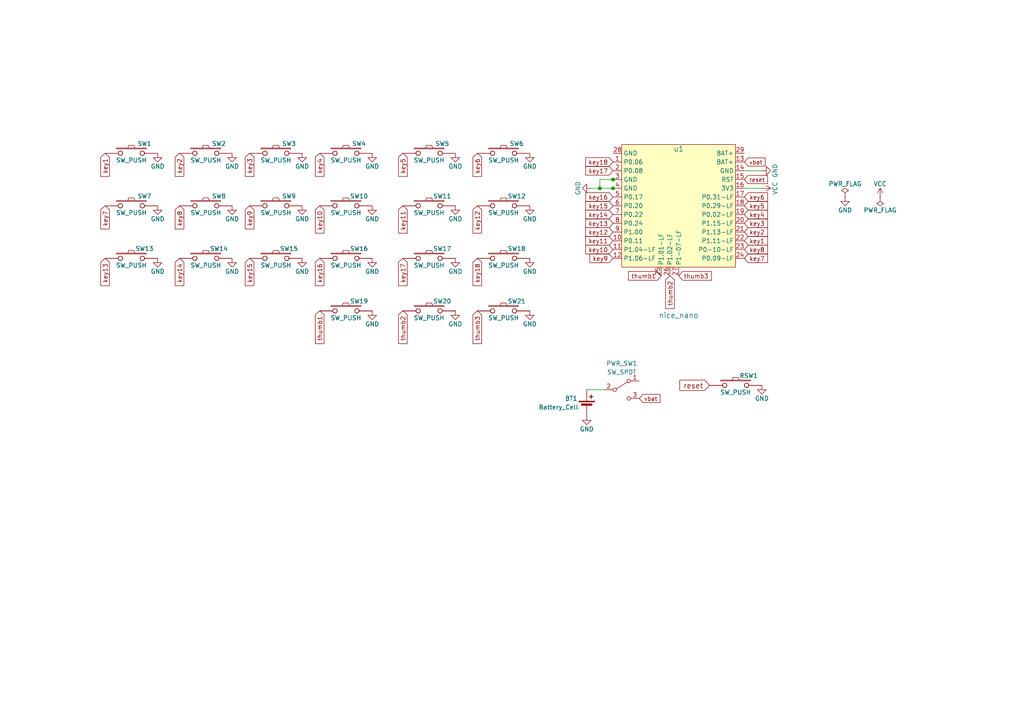
<source format=kicad_sch>
(kicad_sch (version 20230121) (generator eeschema)
  (paper "A4")
  (title_block (title "Maizeless") (date "2024-03-24") (rev "1.0") (company "Silico Biomancer"))
  (lib_symbols
    (symbol "Device:Battery_Cell" (pin_numbers hide) (pin_names (offset 0) hide)
      (property "Reference" "BT" (at 2.54 2.54 0))
      (property "Value" "Battery_Cell" (at 2.54 0 0))
      (symbol "Battery_Cell_0_1"
        (rectangle (start -2.286 1.778) (end 2.286 1.524) (fill (type outline)))
        (rectangle (start -1.524 1.016) (end 1.524 0.508) (fill (type outline)))
        (polyline (pts (xy 0 0.762) (xy 0 0)))
        (polyline (pts (xy 0 1.778) (xy 0 2.54)))
        (polyline (pts (xy 0.762 3.048) (xy 1.778 3.048)) (stroke (width 0.254)))
        (polyline (pts (xy 1.27 3.556) (xy 1.27 2.54)) (stroke (width 0.254)))
      )
      (symbol "Battery_Cell_1_1"
        (pin passive line (at 0 5.08 270) (length 2.54) (name "+") (number "1"))
        (pin passive line (at 0 -2.54 90) (length 2.54) (name "-") (number "2"))
      )
    )
    (symbol "Switch:SW_SPDT" (pin_names (offset 0) hide)
      (property "Reference" "SW" (at 0 4.318 0))
      (property "Value" "SW_SPDT" (at 0 -5.08 0))
      (symbol "SW_SPDT_0_0"
        (circle (center -2.032 0) (radius 0.508))
        (circle (center 2.032 -2.54) (radius 0.508))
      )
      (symbol "SW_SPDT_0_1"
        (polyline (pts (xy -1.524 0.254) (xy 1.651 2.286)))
        (circle (center 2.032 2.54) (radius 0.508))
      )
      (symbol "SW_SPDT_1_1"
        (pin passive line (at 5.08 2.54 180) (length 2.54) (name "A") (number "1"))
        (pin passive line (at -5.08 0 0) (length 2.54) (name "B") (number "2"))
        (pin passive line (at 5.08 -2.54 180) (length 2.54) (name "C") (number "3"))
      )
    )
    (symbol "kbd:SW_PUSH" (pin_numbers hide) (pin_names (offset 1.016) hide)
      (property "Reference" "SW" (at 3.81 2.794 0))
      (property "Value" "SW_PUSH" (at 0 -2.032 0))
      (symbol "SW_PUSH_0_1"
        (rectangle (start -4.318 1.27) (end 4.318 1.524))
        (polyline (pts (xy -1.016 1.524) (xy -0.762 2.286) (xy 0.762 2.286) (xy 1.016 1.524)))
        (pin passive inverted (at -7.62 0 0) (length 5.08) (name "1") (number "1"))
        (pin passive inverted (at 7.62 0 180) (length 5.08) (name "2") (number "2"))
      )
    )
    (symbol "marbastlib-promicroish:nice_nano" (in_bom no)
      (property "Reference" "u1" (at 0 17.78 0))
      (property "Value" "nice_nano" (at 0 -30.48 0))
      (symbol "nice_nano_0_0"
        (pin bidirectional line (at -19.05 13.97 0) (length 2.54) (name "P0.06") (number "1"))
        (pin bidirectional line (at -19.05 -8.89 0) (length 2.54) (name "P0.11") (number "10"))
        (pin bidirectional line (at -19.05 -11.43 0) (length 2.54) (name "P1.04-LF") (number "11"))
        (pin bidirectional line (at -19.05 -13.97 0) (length 2.54) (name "P1.06-LF") (number "12"))
        (pin power_out line (at 19.05 11.43 180) (length 2.54) (name "GND") (number "14"))
        (pin bidirectional line (at 19.05 8.89 180) (length 2.54) (name "RST") (number "15"))
        (pin bidirectional line (at 19.05 3.81 180) (length 2.54) (name "P0.31-LF") (number "17"))
        (pin bidirectional line (at 19.05 1.27 180) (length 2.54) (name "P0.29-LF") (number "18"))
        (pin bidirectional line (at 19.05 -1.27 180) (length 2.54) (name "P0.02-LF") (number "19"))
        (pin bidirectional line (at -19.05 11.43 0) (length 2.54) (name "P0.08") (number "2"))
        (pin bidirectional line (at 19.05 -3.81 180) (length 2.54) (name "P1.15-LF") (number "20"))
        (pin bidirectional line (at 19.05 -6.35 180) (length 2.54) (name "P1.13-LF") (number "21"))
        (pin bidirectional line (at 19.05 -8.89 180) (length 2.54) (name "P1.11-LF") (number "22"))
        (pin bidirectional line (at 19.05 -11.43 180) (length 2.54) (name "P0-10-LF") (number "23"))
        (pin bidirectional line (at 19.05 -13.97 180) (length 2.54) (name "P0.09-LF") (number "24"))
        (pin power_out line (at -19.05 8.89 0) (length 2.54) (name "GND") (number "3"))
        (pin power_out line (at -19.05 6.35 0) (length 2.54) (name "GND") (number "4"))
        (pin bidirectional line (at -19.05 3.81 0) (length 2.54) (name "P0.17") (number "5"))
        (pin bidirectional line (at -19.05 1.27 0) (length 2.54) (name "P0.20") (number "6"))
        (pin bidirectional line (at -19.05 -1.27 0) (length 2.54) (name "P0.22") (number "7"))
        (pin bidirectional line (at -19.05 -3.81 0) (length 2.54) (name "P0.24") (number "8"))
        (pin bidirectional line (at -19.05 -6.35 0) (length 2.54) (name "P1.00") (number "9"))
      )
      (symbol "nice_nano_1_0"
        (pin power_out line (at 19.05 13.97 180) (length 2.54) (name "BAT+") (number "13"))
        (pin power_out line (at 19.05 6.35 180) (length 2.54) (name "3V3") (number "16"))
        (pin bidirectional line (at -5.08 -19.05 90) (length 2.54) (name "P1.01-LF") (number "25"))
        (pin bidirectional line (at -2.54 -19.05 90) (length 2.54) (name "P1.02-LF") (number "26"))
        (pin bidirectional line (at 0 -19.05 90) (length 2.54) (name "P1-07-LF") (number "27"))
        (pin power_out line (at -19.05 16.51 0) (length 2.54) (name "GND") (number "28"))
        (pin power_out line (at 19.05 16.51 180) (length 2.54) (name "BAT+") (number "29"))
      )
      (symbol "nice_nano_1_1"
        (rectangle (start -16.51 19.05) (end 16.51 -16.51) (fill (type background)))
      )
    )
    (symbol "power:GND" (power) (pin_names (offset 0))
      (property "Value" "GND" (at 0 -3.81 0))
      (symbol "GND_0_1"
        (polyline (pts (xy 0 0) (xy 0 -1.27) (xy 1.27 -1.27) (xy 0 -2.54) (xy -1.27 -1.27) (xy 0 -1.27)))
      )
      (symbol "GND_1_1"
        (pin power_in line (at 0 0 270) (length 0) hide (name "GND") (number "1"))
      )
    )
    (symbol "power:PWR_FLAG" (power) (pin_numbers hide) (pin_names (offset 0) hide)
      (property "Value" "PWR_FLAG" (at 0 3.81 0))
      (symbol "PWR_FLAG_0_0"
        (pin power_out line (at 0 0 90) (length 0) (name "pwr") (number "1"))
      )
      (symbol "PWR_FLAG_0_1"
        (polyline (pts (xy 0 0) (xy 0 1.27) (xy -1.016 1.905) (xy 0 2.54) (xy 1.016 1.905) (xy 0 1.27)))
      )
    )
    (symbol "power:VCC" (power) (pin_names (offset 0))
      (property "Value" "VCC" (at 0 3.81 0))
      (symbol "VCC_0_1"
        (polyline (pts (xy -0.762 1.27) (xy 0 2.54)))
        (polyline (pts (xy 0 0) (xy 0 2.54)))
        (polyline (pts (xy 0 2.54) (xy 0.762 1.27)))
      )
      (symbol "VCC_1_1"
        (pin power_in line (at 0 0 90) (length 0) hide (name "VCC") (number "1"))
      )
    )
  )
  (junction (at 177.8 52.07))
  (junction (at 177.8 54.61))
  (junction (at 173.99 54.61))
  (wire (pts (xy 173.99 54.61) (xy 177.8 54.61)))
  (wire (pts (xy 177.8 54.61) (xy 179.07 54.61)))
  (wire (pts (xy 215.9 54.61) (xy 220.98 54.61)))
  (wire (pts (xy 173.99 52.07) (xy 177.8 52.07)))
  (wire (pts (xy 171.45 54.61) (xy 173.99 54.61)))
  (wire (pts (xy 215.9 49.53) (xy 220.98 49.53)))
  (wire (pts (xy 170.18 113.03) (xy 175.26 113.03)))
  (wire (pts (xy 177.8 52.07) (xy 179.07 52.07)))
  (wire (pts (xy 173.99 52.07) (xy 173.99 54.61)))
  (global_label "key17" (shape input) (at 177.8 49.53 180) (property "Intersheetrefs" "${INTERSHEET_REFS}" (effects hide)))
  (global_label "key13" (shape input) (at 30.48 74.93 270) (property "Intersheetrefs" "${INTERSHEET_REFS}" (effects hide)))
  (global_label "thumb1" (shape input) (at 92.71 90.17 270) (property "Intersheetrefs" "${INTERSHEET_REFS}" (effects hide)))
  (global_label "key7" (shape input) (at 30.48 59.69 270) (property "Intersheetrefs" "${INTERSHEET_REFS}" (effects hide)))
  (global_label "key1" (shape input) (at 215.9 69.85 0) (property "Intersheetrefs" "${INTERSHEET_REFS}" (effects hide)))
  (global_label "vbat" (shape input) (at 215.9 46.99 0) (effects (font (size 1.1938 1.1938))) (property "Intersheetrefs" "${INTERSHEET_REFS}" (effects hide)))
  (global_label "key14" (shape input) (at 177.8 62.23 180) (property "Intersheetrefs" "${INTERSHEET_REFS}" (effects hide)))
  (global_label "key13" (shape input) (at 177.8 64.77 180) (property "Intersheetrefs" "${INTERSHEET_REFS}" (effects hide)))
  (global_label "thumb3" (shape input) (at 138.43 90.17 270) (property "Intersheetrefs" "${INTERSHEET_REFS}" (effects hide)))
  (global_label "key7" (shape input) (at 215.9 74.93 0) (property "Intersheetrefs" "${INTERSHEET_REFS}" (effects hide)))
  (global_label "key3" (shape input) (at 72.39 44.45 270) (property "Intersheetrefs" "${INTERSHEET_REFS}" (effects hide)))
  (global_label "key10" (shape input) (at 177.8 72.39 180) (property "Intersheetrefs" "${INTERSHEET_REFS}" (effects hide)))
  (global_label "thumb2" (shape input) (at 194.31 80.01 270) (property "Intersheetrefs" "${INTERSHEET_REFS}" (effects hide)))
  (global_label "thumb1" (shape input) (at 191.77 80.01 180) (property "Intersheetrefs" "${INTERSHEET_REFS}" (effects hide)))
  (global_label "key2" (shape input) (at 52.07 44.45 270) (property "Intersheetrefs" "${INTERSHEET_REFS}" (effects hide)))
  (global_label "key16" (shape input) (at 92.71 74.93 270) (property "Intersheetrefs" "${INTERSHEET_REFS}" (effects hide)))
  (global_label "key6" (shape input) (at 215.9 57.15 0) (property "Intersheetrefs" "${INTERSHEET_REFS}" (effects hide)))
  (global_label "reset" (shape input) (at 205.74 111.76 180) (effects (font (size 1.524 1.524))) (property "Intersheetrefs" "${INTERSHEET_REFS}" (effects hide)))
  (global_label "key3" (shape input) (at 215.9 64.77 0) (property "Intersheetrefs" "${INTERSHEET_REFS}" (effects hide)))
  (global_label "key6" (shape input) (at 138.43 44.45 270) (property "Intersheetrefs" "${INTERSHEET_REFS}" (effects hide)))
  (global_label "key18" (shape input) (at 177.8 46.99 180) (property "Intersheetrefs" "${INTERSHEET_REFS}" (effects hide)))
  (global_label "key12" (shape input) (at 138.43 59.69 270) (property "Intersheetrefs" "${INTERSHEET_REFS}" (effects hide)))
  (global_label "key14" (shape input) (at 52.07 74.93 270) (property "Intersheetrefs" "${INTERSHEET_REFS}" (effects hide)))
  (global_label "key9" (shape input) (at 177.8 74.93 180) (property "Intersheetrefs" "${INTERSHEET_REFS}" (effects hide)))
  (global_label "key15" (shape input) (at 72.39 74.93 270) (property "Intersheetrefs" "${INTERSHEET_REFS}" (effects hide)))
  (global_label "thumb3" (shape input) (at 196.85 80.01 0) (property "Intersheetrefs" "${INTERSHEET_REFS}" (effects hide)))
  (global_label "key1" (shape input) (at 30.48 44.45 270) (property "Intersheetrefs" "${INTERSHEET_REFS}" (effects hide)))
  (global_label "key15" (shape input) (at 177.8 59.69 180) (property "Intersheetrefs" "${INTERSHEET_REFS}" (effects hide)))
  (global_label "key2" (shape input) (at 215.9 67.31 0) (property "Intersheetrefs" "${INTERSHEET_REFS}" (effects hide)))
  (global_label "vbat" (shape input) (at 185.42 115.57 0) (effects (font (size 1.1938 1.1938))) (property "Intersheetrefs" "${INTERSHEET_REFS}" (effects hide)))
  (global_label "key11" (shape input) (at 177.8 69.85 180) (property "Intersheetrefs" "${INTERSHEET_REFS}" (effects hide)))
  (global_label "key12" (shape input) (at 177.8 67.31 180) (property "Intersheetrefs" "${INTERSHEET_REFS}" (effects hide)))
  (global_label "thumb2" (shape input) (at 116.84 90.17 270) (property "Intersheetrefs" "${INTERSHEET_REFS}" (effects hide)))
  (global_label "key9" (shape input) (at 72.39 59.69 270) (property "Intersheetrefs" "${INTERSHEET_REFS}" (effects hide)))
  (global_label "key4" (shape input) (at 92.71 44.45 270) (property "Intersheetrefs" "${INTERSHEET_REFS}" (effects hide)))
  (global_label "key8" (shape input) (at 215.9 72.39 0) (property "Intersheetrefs" "${INTERSHEET_REFS}" (effects hide)))
  (global_label "key5" (shape input) (at 116.84 44.45 270) (property "Intersheetrefs" "${INTERSHEET_REFS}" (effects hide)))
  (global_label "key10" (shape input) (at 92.71 59.69 270) (property "Intersheetrefs" "${INTERSHEET_REFS}" (effects hide)))
  (global_label "reset" (shape input) (at 215.9 52.07 0) (effects (font (size 1.1938 1.1938))) (property "Intersheetrefs" "${INTERSHEET_REFS}" (effects hide)))
  (global_label "key8" (shape input) (at 52.07 59.69 270) (property "Intersheetrefs" "${INTERSHEET_REFS}" (effects hide)))
  (global_label "key5" (shape input) (at 215.9 59.69 0) (property "Intersheetrefs" "${INTERSHEET_REFS}" (effects hide)))
  (global_label "key17" (shape input) (at 116.84 74.93 270) (property "Intersheetrefs" "${INTERSHEET_REFS}" (effects hide)))
  (global_label "key16" (shape input) (at 177.8 57.15 180) (property "Intersheetrefs" "${INTERSHEET_REFS}" (effects hide)))
  (global_label "key11" (shape input) (at 116.84 59.69 270) (property "Intersheetrefs" "${INTERSHEET_REFS}" (effects hide)))
  (global_label "key4" (shape input) (at 215.9 62.23 0) (property "Intersheetrefs" "${INTERSHEET_REFS}" (effects hide)))
  (global_label "key18" (shape input) (at 138.43 74.93 270) (property "Intersheetrefs" "${INTERSHEET_REFS}" (effects hide)))
  (symbol (lib_id "marbastlib-promicroish:nice_nano") (at 196.85 60.96 0) (unit 1) (in_bom no)
    (property "Reference" "u1" (at 196.85 43.18 0) (effects (font (size 1.524 1.524))))
    (property "Value" "nice_nano" (at 196.85 91.44 0) (effects (font (size 1.524 1.524))))
    (property "Footprint" "lib:SuperMini NRF52840" (effects hide))
    (property "Datasheet" "https://nicekeyboards.com/docs/nice-nano/pinout-schematic" (effects hide))
  )
  (symbol (lib_id "kbd:SW_PUSH") (at 59.69 44.45 0) (unit 1)
    (property "Reference" "SW2" (at 63.5 41.656 0))
    (property "Value" "SW_PUSH" (at 59.69 46.482 0))
    (property "Footprint" "lib:SW_PG1350_reversible" (effects hide))
  )
  (symbol (lib_id "kbd:SW_PUSH") (at 80.01 44.45 0) (unit 1)
    (property "Reference" "SW3" (at 83.82 41.656 0))
    (property "Value" "SW_PUSH" (at 80.01 46.482 0))
    (property "Footprint" "lib:SW_PG1350_reversible" (effects hide))
  )
  (symbol (lib_id "kbd:SW_PUSH") (at 100.33 44.45 0) (unit 1)
    (property "Reference" "SW4" (at 104.14 41.656 0))
    (property "Value" "SW_PUSH" (at 100.33 46.482 0))
    (property "Footprint" "lib:SW_PG1350_reversible" (effects hide))
  )
  (symbol (lib_id "kbd:SW_PUSH") (at 124.46 44.45 0) (unit 1)
    (property "Reference" "SW5" (at 128.27 41.656 0))
    (property "Value" "SW_PUSH" (at 124.46 46.482 0))
    (property "Footprint" "lib:SW_PG1350_reversible" (effects hide))
  )
  (symbol (lib_id "kbd:SW_PUSH") (at 146.05 44.45 0) (unit 1)
    (property "Reference" "SW6" (at 149.86 41.656 0))
    (property "Value" "SW_PUSH" (at 146.05 46.482 0))
    (property "Footprint" "lib:SW_PG1350_reversible" (effects hide))
  )
  (symbol (lib_id "kbd:SW_PUSH") (at 59.69 59.69 0) (unit 1)
    (property "Reference" "SW8" (at 63.5 56.896 0))
    (property "Value" "SW_PUSH" (at 59.69 61.722 0))
    (property "Footprint" "lib:SW_PG1350_reversible" (effects hide))
  )
  (symbol (lib_id "kbd:SW_PUSH") (at 80.01 59.69 0) (unit 1)
    (property "Reference" "SW9" (at 83.82 56.896 0))
    (property "Value" "SW_PUSH" (at 80.01 61.722 0))
    (property "Footprint" "lib:SW_PG1350_reversible" (effects hide))
  )
  (symbol (lib_id "kbd:SW_PUSH") (at 100.33 59.69 0) (unit 1)
    (property "Reference" "SW10" (at 104.14 56.896 0))
    (property "Value" "SW_PUSH" (at 100.33 61.722 0))
    (property "Footprint" "lib:SW_PG1350_reversible" (effects hide))
  )
  (symbol (lib_id "kbd:SW_PUSH") (at 124.46 59.69 0) (unit 1)
    (property "Reference" "SW11" (at 128.27 56.896 0))
    (property "Value" "SW_PUSH" (at 124.46 61.722 0))
    (property "Footprint" "lib:SW_PG1350_reversible" (effects hide))
  )
  (symbol (lib_id "kbd:SW_PUSH") (at 146.05 59.69 0) (unit 1)
    (property "Reference" "SW12" (at 149.86 56.896 0))
    (property "Value" "SW_PUSH" (at 146.05 61.722 0))
    (property "Footprint" "lib:SW_PG1350_reversible" (effects hide))
  )
  (symbol (lib_id "kbd:SW_PUSH") (at 59.69 74.93 0) (unit 1)
    (property "Reference" "SW14" (at 63.5 72.136 0))
    (property "Value" "SW_PUSH" (at 59.69 76.962 0))
    (property "Footprint" "lib:SW_PG1350_reversible" (effects hide))
  )
  (symbol (lib_id "kbd:SW_PUSH") (at 80.01 74.93 0) (unit 1)
    (property "Reference" "SW15" (at 83.82 72.136 0))
    (property "Value" "SW_PUSH" (at 80.01 76.962 0))
    (property "Footprint" "lib:SW_PG1350_reversible" (effects hide))
  )
  (symbol (lib_id "kbd:SW_PUSH") (at 100.33 74.93 0) (unit 1)
    (property "Reference" "SW16" (at 104.14 72.136 0))
    (property "Value" "SW_PUSH" (at 100.33 76.962 0))
    (property "Footprint" "lib:SW_PG1350_reversible" (effects hide))
  )
  (symbol (lib_id "kbd:SW_PUSH") (at 124.46 74.93 0) (unit 1)
    (property "Reference" "SW17" (at 128.27 72.136 0))
    (property "Value" "SW_PUSH" (at 124.46 76.962 0))
    (property "Footprint" "lib:SW_PG1350_reversible" (effects hide))
  )
  (symbol (lib_id "kbd:SW_PUSH") (at 146.05 74.93 0) (unit 1)
    (property "Reference" "SW18" (at 149.86 72.136 0))
    (property "Value" "SW_PUSH" (at 146.05 76.962 0))
    (property "Footprint" "lib:SW_PG1350_reversible" (effects hide))
  )
  (symbol (lib_id "kbd:SW_PUSH") (at 124.46 90.17 0) (unit 1)
    (property "Reference" "SW20" (at 128.27 87.376 0))
    (property "Value" "SW_PUSH" (at 124.46 92.202 0))
    (property "Footprint" "lib:SW_PG1350_reversible" (effects hide))
  )
  (symbol (lib_id "kbd:SW_PUSH") (at 146.05 90.17 0) (unit 1)
    (property "Reference" "SW21" (at 149.86 87.376 0))
    (property "Value" "SW_PUSH" (at 146.05 92.202 0))
    (property "Footprint" "lib:SW_PG1350_reversible" (effects hide))
  )
  (symbol (lib_id "kbd:SW_PUSH") (at 100.33 90.17 0) (unit 1)
    (property "Reference" "SW19" (at 104.14 87.376 0))
    (property "Value" "SW_PUSH" (at 100.33 92.202 0))
    (property "Footprint" "lib:SW_PG1350_reversible" (effects hide))
  )
  (symbol (lib_id "power:GND") (at 220.98 49.53 90) (unit 1)
    (property "Reference" "#PWR03" (effects hide))
    (property "Value" "GND" (at 224.79 49.53 0))
  )
  (symbol (lib_id "power:VCC") (at 220.98 54.61 270) (unit 1)
    (property "Reference" "#PWR05" (effects hide))
    (property "Value" "VCC" (at 224.79 54.61 0))
  )
  (symbol (lib_id "power:GND") (at 171.45 54.61 270) (unit 1)
    (property "Reference" "#PWR04" (effects hide))
    (property "Value" "GND" (at 167.64 54.61 0))
  )
  (symbol (lib_id "power:GND") (at 245.11 57.15 0) (unit 1)
    (property "Reference" "#PWR01" (effects hide))
    (property "Value" "GND" (at 245.11 60.96 0))
  )
  (symbol (lib_id "power:VCC") (at 255.27 57.15 0) (unit 1)
    (property "Reference" "#PWR02" (effects hide))
    (property "Value" "VCC" (at 255.27 53.34 0))
  )
  (symbol (lib_id "power:PWR_FLAG") (at 255.27 57.15 180) (unit 1)
    (property "Reference" "#FLG02" (effects hide))
    (property "Value" "PWR_FLAG" (at 255.27 60.96 0))
  )
  (symbol (lib_id "power:PWR_FLAG") (at 245.11 57.15 0) (unit 1)
    (property "Reference" "#FLG01" (effects hide))
    (property "Value" "PWR_FLAG" (at 245.11 53.34 0))
  )
  (symbol (lib_id "kbd:SW_PUSH") (at 213.36 111.76 0) (unit 1)
    (property "Reference" "RSW1" (at 217.17 108.966 0))
    (property "Value" "SW_PUSH" (at 213.36 113.792 0))
    (property "Footprint" "dumta:Panasonic_EVQPUL_EVQPUC_reversible" (effects hide))
  )
  (symbol (lib_id "power:GND") (at 220.98 111.76 0) (unit 1)
    (property "Reference" "#PWR07" (effects hide))
    (property "Value" "GND" (at 220.98 115.57 0))
  )
  (symbol (lib_id "kbd:SW_PUSH") (at 38.1 59.69 0) (unit 1)
    (property "Reference" "SW7" (at 41.91 56.896 0))
    (property "Value" "SW_PUSH" (at 38.1 61.722 0))
    (property "Footprint" "lib:SW_PG1350_reversible" (effects hide))
  )
  (symbol (lib_id "power:GND") (at 107.95 90.17 0) (unit 1)
    (property "Reference" "#PWR025" (effects hide))
    (property "Value" "GND" (at 107.95 93.98 0))
  )
  (symbol (lib_id "power:GND") (at 153.67 44.45 0) (unit 1)
    (property "Reference" "#PWR012" (effects hide))
    (property "Value" "GND" (at 153.67 48.26 0))
  )
  (symbol (lib_id "power:GND") (at 153.67 90.17 0) (unit 1)
    (property "Reference" "#PWR023" (effects hide))
    (property "Value" "GND" (at 153.67 93.98 0))
  )
  (symbol (lib_id "power:GND") (at 45.72 44.45 0) (unit 1)
    (property "Reference" "#PWR026" (effects hide))
    (property "Value" "GND" (at 45.72 48.26 0))
  )
  (symbol (lib_id "power:GND") (at 107.95 44.45 0) (unit 1)
    (property "Reference" "#PWR010" (effects hide))
    (property "Value" "GND" (at 107.95 48.26 0))
  )
  (symbol (lib_id "power:GND") (at 45.72 59.69 0) (unit 1)
    (property "Reference" "#PWR027" (effects hide))
    (property "Value" "GND" (at 45.72 63.5 0))
  )
  (symbol (lib_id "power:GND") (at 67.31 59.69 0) (unit 1)
    (property "Reference" "#PWR017" (effects hide))
    (property "Value" "GND" (at 67.31 63.5 0))
  )
  (symbol (lib_id "power:GND") (at 132.08 90.17 0) (unit 1)
    (property "Reference" "#PWR024" (effects hide))
    (property "Value" "GND" (at 132.08 93.98 0))
  )
  (symbol (lib_id "power:GND") (at 132.08 59.69 0) (unit 1)
    (property "Reference" "#PWR014" (effects hide))
    (property "Value" "GND" (at 132.08 63.5 0))
  )
  (symbol (lib_id "power:GND") (at 132.08 74.93 0) (unit 1)
    (property "Reference" "#PWR021" (effects hide))
    (property "Value" "GND" (at 132.08 78.74 0))
  )
  (symbol (lib_id "power:GND") (at 87.63 59.69 0) (unit 1)
    (property "Reference" "#PWR016" (effects hide))
    (property "Value" "GND" (at 87.63 63.5 0))
  )
  (symbol (lib_id "power:GND") (at 45.72 74.93 0) (unit 1)
    (property "Reference" "#PWR028" (effects hide))
    (property "Value" "GND" (at 45.72 78.74 0))
  )
  (symbol (lib_id "power:GND") (at 67.31 74.93 0) (unit 1)
    (property "Reference" "#PWR018" (effects hide))
    (property "Value" "GND" (at 67.31 78.74 0))
  )
  (symbol (lib_id "power:GND") (at 107.95 74.93 0) (unit 1)
    (property "Reference" "#PWR020" (effects hide))
    (property "Value" "GND" (at 107.95 78.74 0))
  )
  (symbol (lib_id "power:GND") (at 87.63 44.45 0) (unit 1)
    (property "Reference" "#PWR09" (effects hide))
    (property "Value" "GND" (at 87.63 48.26 0))
  )
  (symbol (lib_id "power:GND") (at 67.31 44.45 0) (unit 1)
    (property "Reference" "#PWR08" (effects hide))
    (property "Value" "GND" (at 67.31 48.26 0))
  )
  (symbol (lib_id "kbd:SW_PUSH") (at 38.1 44.45 0) (unit 1)
    (property "Reference" "SW1" (at 41.91 41.656 0))
    (property "Value" "SW_PUSH" (at 38.1 46.482 0))
    (property "Footprint" "lib:SW_PG1350_reversible" (effects hide))
  )
  (symbol (lib_id "power:GND") (at 107.95 59.69 0) (unit 1)
    (property "Reference" "#PWR015" (effects hide))
    (property "Value" "GND" (at 107.95 63.5 0))
  )
  (symbol (lib_id "kbd:SW_PUSH") (at 38.1 74.93 0) (unit 1)
    (property "Reference" "SW13" (at 41.91 72.136 0))
    (property "Value" "SW_PUSH" (at 38.1 76.962 0))
    (property "Footprint" "lib:SW_PG1350_reversible" (effects hide))
  )
  (symbol (lib_id "Switch:SW_SPDT") (at 180.34 113.03 0) (unit 1)
    (property "Reference" "PWR_SW1" (at 180.34 105.41 0))
    (property "Value" "SW_SPDT" (at 180.34 107.95 0))
    (property "Footprint" "lib:SW_Slide_SPDT_SS12D00" (effects hide))
  )
  (symbol (lib_id "power:GND") (at 153.67 74.93 0) (unit 1)
    (property "Reference" "#PWR022" (effects hide))
    (property "Value" "GND" (at 153.67 78.74 0))
  )
  (symbol (lib_id "power:GND") (at 153.67 59.69 0) (unit 1)
    (property "Reference" "#PWR013" (effects hide))
    (property "Value" "GND" (at 153.67 63.5 0))
  )
  (symbol (lib_id "power:GND") (at 170.18 120.65 0) (unit 1)
    (property "Reference" "#PWR06" (effects hide))
    (property "Value" "GND" (at 170.18 124.46 0))
  )
  (symbol (lib_id "power:GND") (at 132.08 44.45 0) (unit 1)
    (property "Reference" "#PWR011" (effects hide))
    (property "Value" "GND" (at 132.08 48.26 0))
  )
  (symbol (lib_id "power:GND") (at 87.63 74.93 0) (unit 1)
    (property "Reference" "#PWR019" (effects hide))
    (property "Value" "GND" (at 87.63 78.74 0))
  )
  (symbol (lib_id "Device:Battery_Cell") (at 170.18 118.11 0) (unit 1)
    (property "Reference" "BT1" (at 163.83 115.57 0) (effects (justify left)))
    (property "Value" "Battery_Cell" (at 156.21 118.11 0) (effects (justify left)))
    (property "Footprint" "dumta:Battery_pads_reversible" (effects hide))
  )
)
</source>
